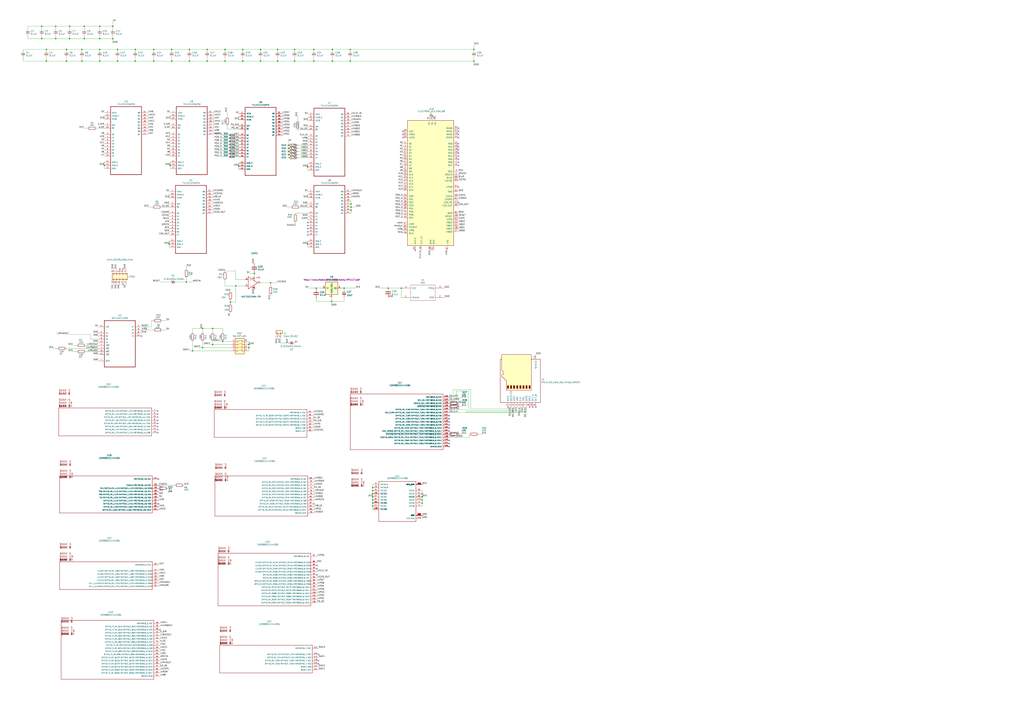
<source format=kicad_sch>
(kicad_sch (version 20230121) (generator eeschema)
  (paper "A1")
  (junction (at 57.15 21.59))
  (junction (at 346.71 405.765))
  (junction (at 204.47 283.21))
  (junction (at 236.855 127))
  (junction (at 54.61 50.165))
  (junction (at 318.77 236.855))
  (junction (at 199.39 50.165))
  (junction (at 57.15 31.75))
  (junction (at 69.215 21.59))
  (junction (at 272.415 247.65))
  (junction (at 273.05 50.165))
  (junction (at 329.565 236.855))
  (junction (at 346.71 410.845))
  (junction (at 288.29 167.64))
  (junction (at 193.675 234.95))
  (junction (at 153.035 231.775))
  (junction (at 213.995 40.64))
  (junction (at 96.52 50.165))
  (junction (at 155.575 40.64))
  (junction (at 140.97 50.165))
  (junction (at 81.915 40.64))
  (junction (at 81.915 21.59))
  (junction (at 81.915 50.165))
  (junction (at 111.125 40.64))
  (junction (at 227.965 40.64))
  (junction (at 288.29 170.18))
  (junction (at 213.995 50.165))
  (junction (at 140.97 40.64))
  (junction (at 126.365 40.64))
  (junction (at 241.935 50.165))
  (junction (at 139.065 200.66))
  (junction (at 174.625 269.875))
  (junction (at 92.71 31.75))
  (junction (at 184.785 40.64))
  (junction (at 184.785 50.165))
  (junction (at 189.23 248.285))
  (junction (at 204.47 285.75))
  (junction (at 259.715 236.855))
  (junction (at 273.05 40.64))
  (junction (at 174.625 283.21))
  (junction (at 306.07 400.685))
  (junction (at 287.655 50.165))
  (junction (at 306.07 403.225))
  (junction (at 81.915 31.75))
  (junction (at 38.1 50.165))
  (junction (at 282.575 236.855))
  (junction (at 45.72 31.75))
  (junction (at 208.915 224.79))
  (junction (at 236.855 121.92))
  (junction (at 227.965 50.165))
  (junction (at 346.71 408.305))
  (junction (at 96.52 40.64))
  (junction (at 111.125 50.165))
  (junction (at 85.725 135.89))
  (junction (at 196.215 136.525))
  (junction (at 199.39 40.64))
  (junction (at 346.71 413.385))
  (junction (at 288.29 172.72))
  (junction (at 170.18 50.165))
  (junction (at 67.31 40.64))
  (junction (at 166.37 269.875))
  (junction (at 252.73 137.16))
  (junction (at 257.81 50.165))
  (junction (at 236.855 119.38))
  (junction (at 306.07 410.845))
  (junction (at 241.935 40.64))
  (junction (at 155.575 50.165))
  (junction (at 182.88 280.67))
  (junction (at 45.72 21.59))
  (junction (at 252.73 200.66))
  (junction (at 38.1 40.64))
  (junction (at 354.965 95.25))
  (junction (at 54.61 40.64))
  (junction (at 92.71 21.59))
  (junction (at 166.37 285.75))
  (junction (at 34.29 31.75))
  (junction (at 287.655 40.64))
  (junction (at 222.25 232.41))
  (junction (at 126.365 50.165))
  (junction (at 69.215 31.75))
  (junction (at 389.255 40.64))
  (junction (at 67.31 50.165))
  (junction (at 306.07 415.925))
  (junction (at 236.855 124.46))
  (junction (at 306.07 413.385))
  (junction (at 306.07 408.305))
  (junction (at 389.255 50.165))
  (junction (at 306.07 405.765))
  (junction (at 158.115 288.29))
  (junction (at 170.18 40.64))
  (junction (at 34.29 21.59))
  (junction (at 257.81 40.64))
  (junction (at 139.7 135.89))
  (no_connect (at 376.555 130.81))
  (no_connect (at 261.62 542.925))
  (no_connect (at 130.175 393.7))
  (no_connect (at 376.555 133.35))
  (no_connect (at 252.73 187.96))
  (no_connect (at 376.555 123.19))
  (no_connect (at 368.935 344.17))
  (no_connect (at 252.73 182.88))
  (no_connect (at 376.555 113.03))
  (no_connect (at 129.54 340.36))
  (no_connect (at 376.555 166.37))
  (no_connect (at 368.935 351.79))
  (no_connect (at 368.935 364.49))
  (no_connect (at 129.54 355.6))
  (no_connect (at 252.73 185.42))
  (no_connect (at 130.175 414.02))
  (no_connect (at 129.54 345.44))
  (no_connect (at 368.935 354.33))
  (no_connect (at 260.35 467.36))
  (no_connect (at 376.555 135.89))
  (no_connect (at 330.835 107.95))
  (no_connect (at 252.73 190.5))
  (no_connect (at 129.54 347.98))
  (no_connect (at 129.54 337.82))
  (no_connect (at 261.62 537.845))
  (no_connect (at 376.555 125.73))
  (no_connect (at 260.35 464.82))
  (no_connect (at 368.935 349.25))
  (no_connect (at 376.555 153.67))
  (no_connect (at 376.555 128.27))
  (no_connect (at 330.835 113.03))
  (no_connect (at 129.54 353.06))
  (no_connect (at 340.995 205.74))
  (no_connect (at 368.935 346.71))
  (no_connect (at 376.555 120.65))
  (no_connect (at 368.935 367.03))
  (no_connect (at 376.555 107.95))
  (no_connect (at 368.935 361.95))
  (no_connect (at 368.935 341.63))
  (no_connect (at 129.54 342.9))
  (no_connect (at 260.35 472.44))
  (no_connect (at 131.445 517.525))
  (no_connect (at 440.055 334.645))
  (no_connect (at 376.555 110.49))
  (no_connect (at 434.975 334.645))
  (no_connect (at 116.205 276.225))
  (no_connect (at 376.555 118.11))
  (no_connect (at 252.73 193.04))
  (no_connect (at 330.835 110.49))
  (no_connect (at 100.965 220.98))
  (no_connect (at 129.54 350.52))
  (no_connect (at 261.62 545.465))
  (no_connect (at 257.81 414.02))
  (no_connect (at 376.555 105.41))
  (no_connect (at 100.965 233.68))
  (no_connect (at 98.425 220.98))
  (no_connect (at 417.195 334.645))
  (no_connect (at 437.515 334.645))
  (wire (pts (xy 227.965 46.99) (xy 227.965 50.165)))
  (wire (pts (xy 81.915 24.13) (xy 81.915 21.59)))
  (wire (pts (xy 54.61 286.385) (xy 80.645 286.385)))
  (wire (pts (xy 257.81 41.91) (xy 257.81 40.64)))
  (wire (pts (xy 133.35 263.525) (xy 136.525 263.525)))
  (wire (pts (xy 22.86 21.59) (xy 34.29 21.59)))
  (wire (pts (xy 252.73 137.16) (xy 252.73 139.7)))
  (wire (pts (xy 111.125 40.64) (xy 96.52 40.64)))
  (wire (pts (xy 184.785 222.885) (xy 193.675 222.885)))
  (wire (pts (xy 287.655 41.91) (xy 287.655 40.64)))
  (wire (pts (xy 227.965 40.64) (xy 241.935 40.64)))
  (wire (pts (xy 193.04 113.665) (xy 196.215 113.665)))
  (wire (pts (xy 199.39 46.99) (xy 199.39 50.165)))
  (wire (pts (xy 34.29 31.75) (xy 45.72 31.75)))
  (wire (pts (xy 227.965 50.165) (xy 241.935 50.165)))
  (wire (pts (xy 174.625 269.875) (xy 182.88 269.875)))
  (wire (pts (xy 287.655 50.165) (xy 273.05 50.165)))
  (wire (pts (xy 69.215 24.13) (xy 69.215 21.59)))
  (wire (pts (xy 257.81 50.165) (xy 273.05 50.165)))
  (wire (pts (xy 38.1 50.165) (xy 54.61 50.165)))
  (wire (pts (xy 193.675 229.87) (xy 193.675 222.885)))
  (wire (pts (xy 57.15 29.21) (xy 57.15 31.75)))
  (wire (pts (xy 170.18 50.165) (xy 184.785 50.165)))
  (wire (pts (xy 54.61 46.99) (xy 54.61 50.165)))
  (wire (pts (xy 287.655 50.165) (xy 389.255 50.165)))
  (wire (pts (xy 38.1 41.91) (xy 38.1 40.64)))
  (wire (pts (xy 236.855 124.46) (xy 236.855 127)))
  (wire (pts (xy 38.1 46.99) (xy 38.1 50.165)))
  (wire (pts (xy 199.39 40.64) (xy 213.995 40.64)))
  (wire (pts (xy 45.72 29.21) (xy 45.72 31.75)))
  (wire (pts (xy 282.575 236.855) (xy 282.575 238.76)))
  (wire (pts (xy 34.29 29.21) (xy 34.29 31.75)))
  (wire (pts (xy 201.295 234.95) (xy 193.675 234.95)))
  (wire (pts (xy 158.115 269.875) (xy 166.37 269.875)))
  (wire (pts (xy 193.04 123.825) (xy 196.215 123.825)))
  (wire (pts (xy 67.31 40.64) (xy 81.915 40.64)))
  (wire (pts (xy 306.07 415.925) (xy 306.07 418.465)))
  (wire (pts (xy 22.86 31.75) (xy 22.86 29.21)))
  (wire (pts (xy 184.785 46.99) (xy 184.785 50.165)))
  (wire (pts (xy 376.555 334.01) (xy 379.095 334.01)))
  (wire (pts (xy 241.935 46.99) (xy 241.935 50.165)))
  (wire (pts (xy 81.915 46.99) (xy 81.915 50.165)))
  (wire (pts (xy 69.215 31.75) (xy 81.915 31.75)))
  (wire (pts (xy 170.18 41.91) (xy 170.18 40.64)))
  (wire (pts (xy 241.935 50.165) (xy 257.81 50.165)))
  (wire (pts (xy 368.935 339.09) (xy 427.355 339.09)))
  (wire (pts (xy 19.05 41.91) (xy 19.05 40.64)))
  (wire (pts (xy 62.865 288.925) (xy 59.69 288.925)))
  (wire (pts (xy 374.65 321.31) (xy 374.65 328.93)))
  (wire (pts (xy 389.255 46.99) (xy 389.255 50.165)))
  (wire (pts (xy 19.05 40.64) (xy 38.1 40.64)))
  (wire (pts (xy 257.81 40.64) (xy 273.05 40.64)))
  (wire (pts (xy 273.05 41.91) (xy 273.05 40.64)))
  (wire (pts (xy 144.78 231.775) (xy 153.035 231.775)))
  (wire (pts (xy 193.675 234.95) (xy 193.675 248.285)))
  (wire (pts (xy 257.81 46.99) (xy 257.81 50.165)))
  (wire (pts (xy 352.425 95.25) (xy 354.965 95.25)))
  (wire (pts (xy 273.05 46.99) (xy 273.05 50.165)))
  (wire (pts (xy 389.255 53.975) (xy 389.255 50.165)))
  (wire (pts (xy 170.18 40.64) (xy 184.785 40.64)))
  (wire (pts (xy 353.695 205.74) (xy 356.235 205.74)))
  (wire (pts (xy 22.86 31.75) (xy 34.29 31.75)))
  (wire (pts (xy 244.475 119.38) (xy 252.73 119.38)))
  (wire (pts (xy 186.69 92.075) (xy 186.69 95.885)))
  (wire (pts (xy 140.97 46.99) (xy 140.97 50.165)))
  (wire (pts (xy 204.47 280.67) (xy 204.47 283.21)))
  (wire (pts (xy 213.995 50.165) (xy 227.965 50.165)))
  (wire (pts (xy 189.23 248.285) (xy 189.23 249.555)))
  (wire (pts (xy 382.905 336.55) (xy 382.905 338.455)))
  (wire (pts (xy 158.115 273.05) (xy 158.115 269.875)))
  (wire (pts (xy 85.725 133.35) (xy 85.725 135.89)))
  (wire (pts (xy 419.735 334.645) (xy 419.735 335.915)))
  (wire (pts (xy 34.29 21.59) (xy 45.72 21.59)))
  (wire (pts (xy 272.415 247.65) (xy 282.575 247.65)))
  (wire (pts (xy 57.15 21.59) (xy 69.215 21.59)))
  (wire (pts (xy 244.475 121.92) (xy 252.73 121.92)))
  (wire (pts (xy 158.115 288.29) (xy 155.575 288.29)))
  (wire (pts (xy 111.125 46.99) (xy 111.125 50.165)))
  (wire (pts (xy 244.475 124.46) (xy 252.73 124.46)))
  (wire (pts (xy 155.575 50.165) (xy 170.18 50.165)))
  (wire (pts (xy 213.995 46.99) (xy 213.995 50.165)))
  (wire (pts (xy 273.05 40.64) (xy 287.655 40.64)))
  (wire (pts (xy 155.575 40.64) (xy 140.97 40.64)))
  (wire (pts (xy 166.37 285.75) (xy 189.23 285.75)))
  (wire (pts (xy 155.575 46.99) (xy 155.575 50.165)))
  (wire (pts (xy 196.215 136.525) (xy 196.215 139.065)))
  (wire (pts (xy 182.88 273.05) (xy 182.88 269.875)))
  (wire (pts (xy 244.475 99.06) (xy 244.475 95.885)))
  (wire (pts (xy 193.04 111.125) (xy 196.215 111.125)))
  (wire (pts (xy 182.245 116.205) (xy 187.96 116.205)))
  (wire (pts (xy 46.99 286.385) (xy 43.815 286.385)))
  (wire (pts (xy 236.855 121.92) (xy 236.855 124.46)))
  (wire (pts (xy 287.655 46.99) (xy 287.655 50.165)))
  (wire (pts (xy 252.73 200.66) (xy 252.73 203.2)))
  (wire (pts (xy 139.065 200.66) (xy 139.065 203.2)))
  (wire (pts (xy 38.1 40.64) (xy 54.61 40.64)))
  (wire (pts (xy 184.785 40.64) (xy 199.39 40.64)))
  (wire (pts (xy 140.97 50.165) (xy 155.575 50.165)))
  (wire (pts (xy 385.445 359.41) (xy 385.445 356.87)))
  (wire (pts (xy 205.105 224.79) (xy 208.915 224.79)))
  (wire (pts (xy 132.715 170.18) (xy 139.065 170.18)))
  (wire (pts (xy 69.215 29.21) (xy 69.215 31.75)))
  (wire (pts (xy 57.15 31.75) (xy 69.215 31.75)))
  (wire (pts (xy 238.76 170.18) (xy 235.585 170.18)))
  (wire (pts (xy 184.785 41.91) (xy 184.785 40.64)))
  (wire (pts (xy 193.04 118.745) (xy 196.215 118.745)))
  (wire (pts (xy 252.73 96.52) (xy 252.73 99.06)))
  (wire (pts (xy 230.505 281.94) (xy 236.855 281.94)))
  (wire (pts (xy 252.73 198.12) (xy 252.73 200.66)))
  (wire (pts (xy 288.29 170.18) (xy 292.1 170.18)))
  (wire (pts (xy 74.295 278.765) (xy 80.645 278.765)))
  (wire (pts (xy 208.915 224.155) (xy 208.915 224.79)))
  (wire (pts (xy 193.04 116.205) (xy 196.215 116.205)))
  (wire (pts (xy 382.905 338.455) (xy 432.435 338.455)))
  (wire (pts (xy 193.675 234.95) (xy 184.785 234.95)))
  (wire (pts (xy 288.29 167.64) (xy 288.29 170.18)))
  (wire (pts (xy 81.915 21.59) (xy 92.71 21.59)))
  (wire (pts (xy 153.035 228.6) (xy 153.035 231.775)))
  (wire (pts (xy 182.245 126.365) (xy 187.96 126.365)))
  (wire (pts (xy 22.86 24.13) (xy 22.86 21.59)))
  (wire (pts (xy 182.245 121.285) (xy 187.96 121.285)))
  (wire (pts (xy 130.175 398.78) (xy 143.51 398.78)))
  (wire (pts (xy 174.625 283.21) (xy 172.72 283.21)))
  (wire (pts (xy 62.865 283.845) (xy 59.69 283.845)))
  (wire (pts (xy 45.72 31.75) (xy 57.15 31.75)))
  (wire (pts (xy 236.855 127) (xy 236.855 129.54)))
  (wire (pts (xy 213.995 41.91) (xy 213.995 40.64)))
  (wire (pts (xy 189.23 247.015) (xy 189.23 248.285)))
  (wire (pts (xy 155.575 41.91) (xy 155.575 40.64)))
  (wire (pts (xy 81.915 29.21) (xy 81.915 31.75)))
  (wire (pts (xy 272.415 247.65) (xy 272.415 251.46)))
  (wire (pts (xy 196.215 95.885) (xy 196.215 98.425)))
  (wire (pts (xy 282.575 247.65) (xy 282.575 243.84)))
  (wire (pts (xy 374.65 328.93) (xy 368.935 328.93)))
  (wire (pts (xy 153.035 220.98) (xy 153.035 219.075)))
  (wire (pts (xy 186.69 106.045) (xy 186.69 103.505)))
  (wire (pts (xy 182.88 280.67) (xy 180.975 280.67)))
  (wire (pts (xy 67.31 50.165) (xy 81.915 50.165)))
  (wire (pts (xy 125.73 271.145) (xy 116.205 271.145)))
  (wire (pts (xy 140.97 41.91) (xy 140.97 40.64)))
  (wire (pts (xy 346.71 403.225) (xy 346.71 405.765)))
  (wire (pts (xy 244.475 106.68) (xy 252.73 106.68)))
  (wire (pts (xy 376.555 356.87) (xy 379.095 356.87)))
  (wire (pts (xy 158.115 280.67) (xy 158.115 288.29)))
  (wire (pts (xy 96.52 41.91) (xy 96.52 40.64)))
  (wire (pts (xy 372.11 320.04) (xy 372.11 326.39)))
  (wire (pts (xy 116.205 268.605) (xy 124.46 268.605)))
  (wire (pts (xy 208.915 224.79) (xy 208.915 227.33)))
  (wire (pts (xy 393.065 356.87) (xy 395.605 356.87)))
  (wire (pts (xy 389.255 40.64) (xy 389.255 41.91)))
  (wire (pts (xy 54.61 40.64) (xy 67.31 40.64)))
  (wire (pts (xy 85.725 95.25) (xy 85.725 97.79)))
  (wire (pts (xy 67.31 46.99) (xy 67.31 50.165)))
  (wire (pts (xy 124.46 268.605) (xy 124.46 263.525)))
  (wire (pts (xy 92.71 21.59) (xy 92.71 24.13)))
  (wire (pts (xy 182.245 113.665) (xy 187.96 113.665)))
  (wire (pts (xy 288.29 172.72) (xy 288.29 175.26)))
  (wire (pts (xy 252.73 134.62) (xy 252.73 137.16)))
  (wire (pts (xy 131.445 231.775) (xy 139.7 231.775)))
  (wire (pts (xy 346.71 408.305) (xy 346.71 410.845)))
  (wire (pts (xy 306.07 413.385) (xy 306.07 415.925)))
  (wire (pts (xy 166.37 273.05) (xy 166.37 269.875)))
  (wire (pts (xy 282.575 236.855) (xy 292.1 236.855)))
  (wire (pts (xy 19.05 46.99) (xy 19.05 50.165)))
  (wire (pts (xy 372.11 326.39) (xy 368.935 326.39)))
  (wire (pts (xy 199.39 41.91) (xy 199.39 40.64)))
  (wire (pts (xy 432.435 338.455) (xy 432.435 334.645)))
  (wire (pts (xy 182.245 118.745) (xy 187.96 118.745)))
  (wire (pts (xy 124.46 263.525) (xy 125.73 263.525)))
  (wire (pts (xy 81.915 41.91) (xy 81.915 40.64)))
  (wire (pts (xy 193.04 128.905) (xy 196.215 128.905)))
  (wire (pts (xy 227.33 232.41) (xy 222.25 232.41)))
  (wire (pts (xy 241.935 40.64) (xy 257.81 40.64)))
  (wire (pts (xy 389.255 36.83) (xy 389.255 40.64)))
  (wire (pts (xy 419.735 335.915) (xy 386.715 335.915)))
  (wire (pts (xy 280.035 236.855) (xy 282.575 236.855)))
  (wire (pts (xy 252.73 160.02) (xy 252.73 162.56)))
  (wire (pts (xy 386.715 320.04) (xy 372.11 320.04)))
  (wire (pts (xy 422.275 337.185) (xy 422.275 334.645)))
  (wire (pts (xy 318.77 236.855) (xy 329.565 236.855)))
  (wire (pts (xy 182.245 128.905) (xy 187.96 128.905)))
  (wire (pts (xy 306.07 405.765) (xy 306.07 408.305)))
  (wire (pts (xy 85.725 135.89) (xy 85.725 138.43)))
  (wire (pts (xy 213.995 40.64) (xy 227.965 40.64)))
  (wire (pts (xy 306.07 403.225) (xy 306.07 405.765)))
  (wire (pts (xy 166.37 285.75) (xy 164.465 285.75)))
  (wire (pts (xy 166.37 280.67) (xy 166.37 285.75)))
  (wire (pts (xy 242.57 175.26) (xy 252.73 175.26)))
  (wire (pts (xy 96.52 40.64) (xy 81.915 40.64)))
  (wire (pts (xy 45.72 24.13) (xy 45.72 21.59)))
  (wire (pts (xy 92.71 31.75) (xy 92.71 35.56)))
  (wire (pts (xy 70.485 288.925) (xy 80.645 288.925)))
  (wire (pts (xy 306.07 410.845) (xy 306.07 413.385)))
  (wire (pts (xy 306.07 398.145) (xy 306.07 400.685)))
  (wire (pts (xy 204.47 283.21) (xy 204.47 285.75)))
  (wire (pts (xy 19.05 50.165) (xy 38.1 50.165)))
  (wire (pts (xy 384.81 337.185) (xy 422.275 337.185)))
  (wire (pts (xy 81.915 50.165) (xy 96.52 50.165)))
  (wire (pts (xy 201.295 229.87) (xy 193.675 229.87)))
  (wire (pts (xy 174.625 273.05) (xy 174.625 269.875)))
  (wire (pts (xy 184.785 234.95) (xy 184.785 230.505)))
  (wire (pts (xy 346.71 413.385) (xy 346.71 415.925)))
  (wire (pts (xy 170.18 40.64) (xy 155.575 40.64)))
  (wire (pts (xy 126.365 40.64) (xy 111.125 40.64)))
  (wire (pts (xy 79.375 105.41) (xy 85.725 105.41)))
  (wire (pts (xy 386.715 320.04) (xy 386.715 335.915)))
  (wire (pts (xy 182.245 111.125) (xy 187.96 111.125)))
  (wire (pts (xy 230.505 278.13) (xy 230.505 281.94)))
  (wire (pts (xy 96.52 46.99) (xy 96.52 50.165)))
  (wire (pts (xy 174.625 283.21) (xy 189.23 283.21)))
  (wire (pts (xy 125.095 170.18) (xy 121.92 170.18)))
  (wire (pts (xy 222.25 232.41) (xy 213.995 232.41)))
  (wire (pts (xy 196.215 133.985) (xy 196.215 136.525)))
  (wire (pts (xy 139.7 135.89) (xy 139.7 138.43)))
  (wire (pts (xy 184.785 50.165) (xy 199.39 50.165)))
  (wire (pts (xy 54.61 50.165) (xy 67.31 50.165)))
  (wire (pts (xy 96.52 50.165) (xy 111.125 50.165)))
  (wire (pts (xy 259.715 245.11) (xy 259.715 247.65)))
  (wire (pts (xy 111.125 50.165) (xy 126.365 50.165)))
  (wire (pts (xy 54.61 41.91) (xy 54.61 40.64)))
  (wire (pts (xy 241.935 41.91) (xy 241.935 40.64)))
  (wire (pts (xy 126.365 41.91) (xy 126.365 40.64)))
  (wire (pts (xy 368.935 359.41) (xy 385.445 359.41)))
  (wire (pts (xy 92.71 31.75) (xy 92.71 29.21)))
  (wire (pts (xy 111.125 41.91) (xy 111.125 40.64)))
  (wire (pts (xy 368.935 336.55) (xy 382.905 336.55)))
  (wire (pts (xy 244.475 127) (xy 252.73 127)))
  (wire (pts (xy 259.715 247.65) (xy 272.415 247.65)))
  (wire (pts (xy 242.57 182.88) (xy 242.57 186.055)))
  (wire (pts (xy 126.365 50.165) (xy 140.97 50.165)))
  (wire (pts (xy 346.71 410.845) (xy 346.71 413.385)))
  (wire (pts (xy 236.855 121.92) (xy 236.855 119.38)))
  (wire (pts (xy 272.415 244.475) (xy 272.415 247.65)))
  (wire (pts (xy 57.15 24.13) (xy 57.15 21.59)))
  (wire (pts (xy 189.23 280.67) (xy 182.88 280.67)))
  (wire (pts (xy 227.965 41.91) (xy 227.965 40.64)))
  (wire (pts (xy 92.71 21.59) (xy 92.71 17.78)))
  (wire (pts (xy 259.715 236.855) (xy 253.365 236.855)))
  (wire (pts (xy 384.81 321.31) (xy 374.65 321.31)))
  (wire (pts (xy 193.04 121.285) (xy 196.215 121.285)))
  (wire (pts (xy 74.295 278.765) (xy 74.295 274.955)))
  (wire (pts (xy 287.655 40.64) (xy 389.255 40.64)))
  (wire (pts (xy 140.97 40.64) (xy 126.365 40.64)))
  (wire (pts (xy 196.215 106.045) (xy 186.69 106.045)))
  (wire (pts (xy 34.29 24.13) (xy 34.29 21.59)))
  (wire (pts (xy 67.31 41.91) (xy 67.31 40.64)))
  (wire (pts (xy 204.47 285.75) (xy 204.47 288.29)))
  (wire (pts (xy 170.18 46.99) (xy 170.18 50.165)))
  (wire (pts (xy 139.065 198.12) (xy 139.065 200.66)))
  (wire (pts (xy 139.065 160.02) (xy 139.065 162.56)))
  (wire (pts (xy 306.07 403.225) (xy 306.07 400.685)))
  (wire (pts (xy 182.245 123.825) (xy 187.96 123.825)))
  (wire (pts (xy 346.71 405.765) (xy 346.71 408.305)))
  (wire (pts (xy 259.715 236.855) (xy 259.715 237.49)))
  (wire (pts (xy 166.37 269.875) (xy 174.625 269.875)))
  (wire (pts (xy 306.07 408.305) (xy 306.07 410.845)))
  (wire (pts (xy 174.625 280.67) (xy 174.625 283.21)))
  (wire (pts (xy 71.755 105.41) (xy 68.58 105.41)))
  (wire (pts (xy 69.215 21.59) (xy 81.915 21.59)))
  (wire (pts (xy 70.485 283.845) (xy 80.645 283.845)))
  (wire (pts (xy 384.81 321.31) (xy 384.81 337.185)))
  (wire (pts (xy 246.38 170.18) (xy 252.73 170.18)))
  (wire (pts (xy 139.7 133.35) (xy 139.7 135.89)))
  (wire (pts (xy 427.355 339.09) (xy 427.355 334.645)))
  (wire (pts (xy 288.29 170.18) (xy 288.29 172.72)))
  (wire (pts (xy 318.77 236.855) (xy 311.785 236.855)))
  (wire (pts (xy 153.035 231.775) (xy 158.115 231.775)))
  (wire (pts (xy 193.675 248.285) (xy 189.23 248.285)))
  (wire (pts (xy 264.795 236.855) (xy 259.715 236.855)))
  (wire (pts (xy 193.04 126.365) (xy 196.215 126.365)))
  (wire (pts (xy 376.555 327.025) (xy 379.095 327.025)))
  (wire (pts (xy 45.72 21.59) (xy 57.15 21.59)))
  (wire (pts (xy 354.965 95.25) (xy 357.505 95.25)))
  (wire (pts (xy 376.555 331.47) (xy 376.555 327.025)))
  (wire (pts (xy 74.295 274.955) (xy 56.515 274.955)))
  (wire (pts (xy 81.915 31.75) (xy 92.71 31.75)))
  (wire (pts (xy 158.115 288.29) (xy 189.23 288.29)))
  (wire (pts (xy 199.39 50.165) (xy 213.995 50.165)))
  (wire (pts (xy 126.365 46.99) (xy 126.365 50.165)))
  (wire (pts (xy 288.29 167.64) (xy 288.29 165.1)))
  (wire (pts (xy 139.7 95.25) (xy 139.7 97.79)))
  (wire (pts (xy 329.565 244.475) (xy 329.565 236.855)))
  (wire (pts (xy 244.475 129.54) (xy 252.73 129.54)))
  (wire (pts (xy 222.25 232.41) (xy 222.25 234.95)))
  (wire (pts (xy 133.35 271.145) (xy 136.525 271.145)))
  (wire (pts (xy 236.855 116.205) (xy 236.855 119.38)))
  (label "LVROM" (at 288.29 160.02 0))
  (label "GND" (at 139.7 135.89 180))
  (label "3V3" (at 43.815 286.385 180))
  (label "SD_CLK" (at 427.355 334.645 270))
  (label "LVCSYNC" (at 174.625 160.02 0))
  (label "LVA11" (at 121.285 100.33 0))
  (label "CSYNC" (at 376.555 148.59 0))
  (label "nIRQ" (at 252.73 114.3 180))
  (label "TCK" (at 93.345 233.68 270))
  (label "LVA2" (at 175.26 97.79 0))
  (label "3V3" (at 68.58 105.41 180))
  (label "ROM" (at 376.555 175.26 0))
  (label "GND" (at 93.345 220.98 90))
  (label "LVPHIOUT" (at 131.445 545.465 0))
  (label "LVA3" (at 121.285 97.79 0))
  (label "A8" (at 330.835 138.43 180))
  (label "SD_MOSI" (at 422.275 334.645 270))
  (label "KBD0" (at 376.555 190.5 0))
  (label "LVPD4" (at 231.775 100.965 0))
  (label "CAS_OUT" (at 376.555 168.91 0))
  (label "A3" (at 330.835 125.73 180))
  (label "G4_OE" (at 257.81 401.32 0))
  (label "LVA14" (at 175.26 100.33 0))
  (label "PD6_S" (at 182.245 116.205 180))
  (label "GND" (at 208.915 237.49 270))
  (label "A_DIR" (at 85.725 102.87 180))
  (label "LVnIRQOUT" (at 80.645 286.385 180))
  (label "A9" (at 85.725 110.49 180))
  (label "CONF_DONE" (at 368.935 359.41 0))
  (label "PD_DIR" (at 257.175 346.71 0))
  (label "LVA13" (at 131.445 525.145 0))
  (label "CLK_IN" (at 252.73 111.76 180))
  (label "LVA13" (at 175.26 92.71 0))
  (label "A2" (at 330.835 123.19 180))
  (label "CAPS" (at 252.73 180.34 180))
  (label "5V" (at 136.525 271.145 0))
  (label "PD2_S" (at 182.245 126.365 180))
  (label "ROM" (at 252.73 177.8 180))
  (label "PD0_S" (at 330.835 161.29 180))
  (label "PD4_S" (at 182.245 118.745 180))
  (label "GND" (at 389.255 53.975 0))
  (label "A12" (at 330.835 148.59 180))
  (label "GND" (at 139.065 200.66 180))
  (label "3V3" (at 85.725 97.79 180))
  (label "5V" (at 196.215 93.345 180))
  (label "LVA9" (at 130.175 411.48 0))
  (label "GND" (at 252.73 167.64 180))
  (label "PD6_S" (at 330.835 176.53 180))
  (label "BLUE" (at 139.065 180.34 180))
  (label "GND" (at 227.965 278.13 270))
  (label "TDI" (at 103.505 233.68 270))
  (label "A15" (at 139.7 128.27 180))
  (label "SWC3" (at 261.62 532.765 0))
  (label "3V3" (at 121.92 170.18 180))
  (label "GND" (at 365.125 244.475 0))
  (label "5V" (at 236.855 116.205 0))
  (label "3V3" (at 153.035 219.075 0))
  (label "CSYNC" (at 139.065 177.8 180))
  (label "5V" (at 252.73 157.48 180))
  (label "JTAGEN" (at 130.175 398.78 0))
  (label "KBD2" (at 252.73 124.46 180))
  (label "SWC1" (at 261.62 550.545 0))
  (label "A4" (at 330.835 128.27 180))
  (label "SWC2" (at 261.62 548.005 0))
  (label "LVCSYNC" (at 257.175 354.33 0))
  (label "PD0" (at 196.215 123.825 180))
  (label "TDI" (at 130.175 408.94 0))
  (label "LVA4" (at 121.285 105.41 0))
  (label "nCONFIG" (at 368.935 334.01 0))
  (label "3V3" (at 59.69 283.845 180))
  (label "LVSND" (at 257.175 351.79 0))
  (label "SWC4" (at 155.575 288.29 180))
  (label "G1_OE" (at 257.175 344.17 0))
  (label "5V" (at 354.965 95.25 90))
  (label "PD3_S" (at 182.245 121.285 180))
  (label "LVKBD1" (at 257.81 393.7 0))
  (label "3V3" (at 139.7 97.79 180))
  (label "PD5_S" (at 182.245 113.665 180))
  (label "GND" (at 272.415 251.46 0))
  (label "A_OE" (at 85.725 105.41 180))
  (label "5V" (at 92.71 17.78 0))
  (label "LVRnWOE" (at 130.175 481.965 0))
  (label "GND" (at 204.47 283.21 0))
  (label "SWC1" (at 180.975 280.67 180))
  (label "3V3" (at 346.71 408.305 0))
  (label "LVRnWIN" (at 288.29 99.06 0))
  (label "LVnHS" (at 257.175 349.25 0))
  (label "KBD1" (at 252.73 127 180))
  (label "5V" (at 253.365 236.855 180))
  (label "GREEN" (at 139.065 185.42 180))
  (label "LVA7" (at 130.175 464.185 0))
  (label "LVRSTOUT" (at 80.645 283.845 180))
  (label "CASMO" (at 376.555 163.83 0))
  (label "GND" (at 80.645 296.545 180))
  (label "LVPD5" (at 231.775 95.885 0))
  (label "SD_MISO" (at 368.935 336.55 0))
  (label "3V3" (at 186.69 92.075 90))
  (label "LVRnWOUT" (at 130.175 479.425 0))
  (label "RED" (at 139.065 187.96 180))
  (label "LVA1" (at 175.26 105.41 0))
  (label "LVA1" (at 131.445 535.305 0))
  (label "A1" (at 139.7 123.19 180))
  (label "LVA11" (at 130.175 471.805 0))
  (label "nSTATUS" (at 368.935 356.87 0))
  (label "A10" (at 330.835 143.51 180))
  (label "PD1_S" (at 330.835 163.83 180))
  (label "5VP" (at 230.505 278.13 270))
  (label "PD2" (at 196.215 126.365 180))
  (label "A5" (at 85.725 120.65 180))
  (label "LVCLK_IN" (at 288.29 93.98 0))
  (label "5V" (at 85.725 92.71 180))
  (label "3V3" (at 346.71 398.145 0))
  (label "GND" (at 208.915 216.535 90))
  (label "PD_OE" (at 196.215 106.045 180))
  (label "SD_CLK" (at 368.935 339.09 0))
  (label "LVA8" (at 131.445 555.625 0))
  (label "3V3" (at 389.255 36.83 0))
  (label "LVSND" (at 174.625 172.72 0))
  (label "3V3" (at 235.585 170.18 180))
  (label "PHIOUT" (at 242.57 186.055 180))
  (label "5V" (at 139.065 157.48 180))
  (label "nRSTIN" (at 131.445 540.385 0))
  (label "LVPHIOUT" (at 288.29 157.48 0))
  (label "5V" (at 136.525 263.525 0))
  (label "LVA6" (at 130.175 474.345 0))
  (label "LVCAS_OUT" (at 174.625 175.26 0))
  (label "SD_nCS" (at 368.935 326.39 0))
  (label "3V3" (at 379.095 334.01 0))
  (label "GND" (at 379.095 327.025 0))
  (label "CASIN" (at 184.785 222.885 180))
  (label "3V3" (at 95.885 220.98 90))
  (label "5V" (at 252.73 93.98 180))
  (label "3V3" (at 379.095 356.87 0))
  (label "A9" (at 330.835 140.97 180))
  (label "CAPS" (at 376.555 180.34 0))
  (label "A7" (at 85.725 128.27 180))
  (label "5V" (at 241.935 281.94 0))
  (label "LVnIRQIN" (at 257.81 396.24 0))
  (label "G1_OE" (at 139.065 170.18 180))
  (label "A13" (at 330.835 151.13 180))
  (label "3V3" (at 59.69 288.925 180))
  (label "5V" (at 139.7 92.71 180))
  (label "PD1" (at 196.215 128.905 180))
  (label "GND" (at 80.645 276.225 180))
  (label "RESET" (at 116.205 268.605 0))
  (label "OSC" (at 260.35 462.28 0))
  (label "LVKBD3" (at 257.81 421.64 0))
  (label "LVCASMO" (at 174.625 157.48 0))
  (label "LVnNMI" (at 257.81 398.78 0))
  (label "3V3" (at 395.605 356.87 0))
  (label "PD4_S" (at 330.835 171.45 180))
  (label "5V" (at 80.645 268.605 180))
  (label "3V3" (at 311.785 236.855 180))
  (label "LVCASMO" (at 257.175 341.63 0))
  (label "PD0_S" (at 182.245 123.825 180))
  (label "A15" (at 330.835 156.21 180))
  (label "G3_OE" (at 252.73 170.18 180))
  (label "LVGREEN" (at 174.625 167.64 0))
  (label "RESET" (at 131.445 231.775 180))
  (label "3V3" (at 196.215 98.425 180))
  (label "A0" (at 330.835 118.11 180))
  (label "5V" (at 205.105 224.79 180))
  (label "LVBLUE" (at 174.625 162.56 0))
  (label "GND" (at 80.645 291.465 180))
  (label "GND" (at 252.73 200.66 180))
  (label "LVGREEN" (at 257.81 411.48 0))
  (label "SND" (at 139.065 190.5 180))
  (label "KBD3" (at 376.555 182.88 0))
  (label "LVPD3" (at 260.35 487.68 0))
  (label "G3_OE" (at 131.445 548.005 0))
  (label "TDO" (at 95.885 233.68 270))
  (label "5VP" (at 236.855 281.94 90))
  (label "PD3" (at 196.215 121.285 180))
  (label "LVRnWOE" (at 80.645 288.925 180))
  (label "LVA9" (at 121.285 92.71 0))
  (label "LVKBD3" (at 288.29 104.14 0))
  (label "RnW" (at 330.835 191.77 180))
  (label "PHIOUT" (at 330.835 186.69 180))
  (label "GND" (at 292.1 170.18 0))
  (label "SWC4" (at 261.62 540.385 0))
  (label "LVPD5" (at 260.35 457.2 0))
  (label "LVPD1" (at 260.35 492.76 0))
  (label "A5" (at 330.835 130.81 180))
  (label "LVnNMI" (at 288.29 101.6 0))
  (label "PD6" (at 196.215 116.205 180))
  (label "GND" (at 85.725 135.89 180))
  (label "A10" (at 85.725 113.03 180))
  (label "GND" (at 80.645 281.305 180))
  (label "3V3" (at 222.25 242.57 270))
  (label "PD5" (at 196.215 113.665 180))
  (label "LVCASIN" (at 227.33 232.41 0))
  (label "GND" (at 318.77 244.475 0))
  (label "3V3" (at 166.37 269.875 90))
  (label "TMS" (at 130.175 403.86 0))
  (label "CASMO" (at 139.065 175.26 180))
  (label "A13" (at 139.7 110.49 180))
  (label "GND" (at 196.215 136.525 180))
  (label "PD_DIR" (at 196.215 103.505 180))
  (label "3V3" (at 139.065 162.56 180))
  (label "A11" (at 85.725 118.11 180))
  (label "SD_MOSI" (at 368.935 328.93 0))
  (label "LVA4" (at 130.175 476.885 0))
  (label "GND" (at 346.71 423.545 0))
  (label "LVA15" (at 131.445 542.925 0))
  (label "PD5_S" (at 330.835 173.99 180))
  (label "TCK" (at 130.175 401.32 0))
  (label "LVRED" (at 257.81 419.1 0))
  (label "3V3" (at 151.13 398.78 0))
  (label "LVnIRQOUT" (at 131.445 514.985 0))
  (label "LVCAPS" (at 288.29 162.56 0))
  (label "nHS" (at 367.665 205.74 270))
  (label "LVPD6" (at 231.775 98.425 0))
  (label "GND" (at 103.505 220.98 90))
  (label "GND" (at 137.795 401.32 0))
  (label "TMS" (at 98.425 233.68 270))
  (label "A0" (at 139.7 120.65 180))
  (label "LVPD6" (at 260.35 480.06 0))
  (label "nRSTIN" (at 158.115 231.775 0))
  (label "G4_OE" (at 252.73 106.68 180))
  (label "LVRnWOUT" (at 56.515 274.955 180))
  (label "LVA12" (at 175.26 95.25 0))
  (label "CONFIG_SEL" (at 368.935 331.47 0))
  (label "GND" (at 440.055 291.465 0))
  (label "A14" (at 330.835 153.67 180))
  (label "PD7" (at 196.215 111.125 180))
  (label "PD2_S" (at 330.835 166.37 180))
  (label "LVnIRQIN" (at 288.29 96.52 0))
  (label "LVRnWIN" (at 257.81 403.86 0))
  (label "3V3" (at 252.73 104.14 180))
  (label "SD_MISO" (at 432.435 334.645 270))
  (label "A_OE" (at 131.445 527.685 0))
  (label "LVCAS_OUT" (at 260.35 474.98 0))
  (label "BLUE" (at 376.555 146.05 0))
  (label "RnW" (at 116.205 273.685 0))
  (label "LVPD0" (at 260.35 485.14 0))
  (label "CASIN" (at 376.555 161.29 0))
  (label "LVBLUE" (at 257.81 416.56 0))
  (label "3V3" (at 252.73 162.56 180))
  (label "GND" (at 353.695 205.74 270))
  (label "PD1_S" (at 182.245 128.905 180))
  (label "GND" (at 346.71 426.085 0))
  (label "nNMI" (at 252.73 119.38 180))
  (label "LVA5" (at 130.175 469.265 0))
  (label "PD_OE" (at 260.35 495.3 0))
  (label "SND" (at 376.555 157.48 0))
  (label "LVPD3" (at 231.775 103.505 0))
  (label "A_DIR" (at 139.7 102.87 180))
  (label "LVA3" (at 130.175 416.56 0))
  (label "A_DIR" (at 131.445 520.065 0))
  (label "A14" (at 139.7 118.11 180))
  (label "LVA6" (at 121.285 107.95 0))
  (label "GND" (at 139.065 167.64 180))
  (label "A8" (at 139.7 125.73 180))
  (label "nIRQ" (at 116.205 271.145 0))
  (label "RED" (at 376.555 140.97 0))
  (label "LVA7" (at 121.285 110.49 0))
  (label "LVROM" (at 131.445 553.085 0))
  (label "3V3" (at 292.1 236.855 0))
  (label "PD3_S" (at 330.835 168.91 180))
  (label "LVKBD0" (at 288.29 111.76 0))
  (label "LVPD7" (at 231.775 93.345 0))
  (label "A12" (at 139.7 113.03 180))
  (label "PD7_S" (at 182.245 111.125 180))
  (label "RnW" (at 252.73 116.84 180))
  (label "A6" (at 85.725 125.73 180))
  (label "GND" (at 80.645 273.685 180))
  (label "nNMI" (at 330.835 184.15 180))
  (label "KBD1" (at 376.555 187.96 0))
  (label "GND" (at 92.71 35.56 0))
  (label "LVPD1" (at 231.775 111.125 0))
  (label "LVA0" (at 175.26 102.87 0))
  (label "LVKBD1" (at 288.29 109.22 0))
  (label "LVRSTOUT" (at 131.445 522.605 0))
  (label "3V3" (at 424.815 334.645 270))
  (label "SWC2" (at 172.72 283.21 180))
  (label "3V3" (at 252.73 99.06 180))
  (label "LVA5" (at 121.285 102.87 0))
  (label "5V" (at 189.23 257.175 270))
  (label "LVPD2" (at 260.35 490.22 0))
  (label "LVCLK_IN" (at 260.35 469.9 0))
  (label "SD_nCS" (at 419.735 334.645 270))
  (label "LVKBD2" (at 257.81 406.4 0))
  (label "LVPD4" (at 260.35 482.6 0))
  (label "PD4" (at 196.215 118.745 180))
  (label "LVA10" (at 130.175 419.1 0))
  (label "RESET" (at 376.555 177.8 0))
  (label "LVA8" (at 175.26 107.95 0))
  (label "nIRQ" (at 330.835 189.23 180))
  (label "LVA10" (at 121.285 95.25 0))
  (label "LVA15" (at 175.26 110.49 0))
  (label "OSC" (at 365.125 236.855 0))
  (label "A11" (at 330.835 146.05 180))
  (label "GND" (at 252.73 137.16 180))
  (label "3V3" (at 306.07 408.305 180))
  (label "A1" (at 330.835 120.65 180))
  (label "KBD2" (at 376.555 185.42 0))
  (label "LVA0" (at 131.445 537.845 0))
  (label "A4" (at 85.725 123.19 180))
  (label "LVCAPS" (at 131.445 550.545 0))
  (label "LVPD0" (at 231.775 106.045 0))
  (label "KBD0" (at 252.73 129.54 180))
  (label "SWC3" (at 164.465 285.75 180))
  (label "LVRED" (at 174.625 170.18 0))
  (label "3V3" (at 244.475 95.885 90))
  (label "CAS_OUT" (at 139.065 193.04 180))
  (label "GND" (at 429.895 334.645 270))
  (label "LVA14" (at 131.445 512.445 0))
  (label "A6" (at 330.835 133.35 180))
  (label "GND" (at 189.23 239.395 180))
  (label "LVnHS" (at 174.625 165.1 0))
  (label "TDO" (at 130.175 406.4 0))
  (label "LVA12" (at 131.445 532.765 0))
  (label "LVCASIN" (at 257.175 339.09 0))
  (label "A7" (at 330.835 135.89 180))
  (label "LVA2" (at 131.445 530.225 0))
  (label "LVPD2" (at 231.775 108.585 0))
  (label "GREEN" (at 376.555 143.51 0))
  (label "nHS" (at 139.065 182.88 180))
  (label "CLK_IN" (at 346.075 205.74 270))
  (label "LVKBD0" (at 257.81 408.94 0))
  (label "KBD3" (at 252.73 121.92 180))
  (label "A_OE" (at 139.7 105.41 180))
  (label "A3" (at 85.725 115.57 180))
  (label "LVKBD2" (at 288.29 106.68 0))
  (label "LVPD7" (at 260.35 477.52 0))
  (label "A2" (at 139.7 115.57 180))
  (label "PD7_S" (at 330.835 179.07 180))
  (symbol (lib_id "Personal_Library:74LVC4245APW") (at 270.51 114.3 0) (unit 1)
    (property "Reference" "U7" (at 270.51 84.582 0))
    (property "Value" "74LVC4245APW" (at 270.51 86.8934 0))
    (property "Footprint" "Package_SO:TSSOP-24_4.4x7.8mm_P0.65mm" (effects hide))
    (property "Datasheet" "03P2784" (effects hide))
    (property "Field4" "TSSOP-24" (effects hide))
    (property "Field5" "74LVC4245APW" (effects hide))
    (property "Field6" "1631648" (effects hide))
    (property "Field7" "NXP" (effects hide))
  )
  (symbol (lib_id "Personal_Library:74LVC4245APW") (at 103.505 113.03 0) (unit 1)
    (property "Reference" "U3" (at 103.505 83.312 0))
    (property "Value" "74LVC4245APW" (at 103.505 85.6234 0))
    (property "Footprint" "Package_SO:TSSOP-24_4.4x7.8mm_P0.65mm" (effects hide))
    (property "Datasheet" "03P2784" (effects hide))
    (property "Field4" "TSSOP-24" (effects hide))
    (property "Field5" "74LVC4245APW" (effects hide))
    (property "Field6" "1631648" (effects hide))
    (property "Field7" "NXP" (effects hide))
  )
  (symbol (lib_id "Personal_Library:74LVC4245APW") (at 157.48 113.03 0) (unit 1)
    (property "Reference" "U5" (at 157.48 83.312 0))
    (property "Value" "74LVC4245APW" (at 157.48 85.6234 0))
    (property "Footprint" "Package_SO:TSSOP-24_4.4x7.8mm_P0.65mm" (effects hide))
    (property "Datasheet" "03P2784" (effects hide))
    (property "Field4" "TSSOP-24" (effects hide))
    (property "Field5" "74LVC4245APW" (effects hide))
    (property "Field6" "1631648" (effects hide))
    (property "Field7" "NXP" (effects hide))
  )
  (symbol (lib_id "Personal_Library:ELECTRON_ULA_PGA_68") (at 354.965 139.7 0) (unit 1)
    (property "Reference" "U10" (at 354.33 89.535 0))
    (property "Value" "ELECTRON_ULA_PGA_68" (at 354.33 91.44 0))
    (property "Footprint" "Personal:PLCC-68_THT-Socket-Electron-ULA" (effects hide))
  )
  (symbol (lib_id "Personal_Library:74LVC4245APW") (at 213.995 113.665 0) (unit 1)
    (property "Reference" "U6" (at 213.995 83.947 0))
    (property "Value" "74LVC4245APW" (at 213.995 86.2584 0))
    (property "Footprint" "Package_SO:TSSOP-24_4.4x7.8mm_P0.65mm" (effects hide))
    (property "Datasheet" "03P2784" (effects hide))
    (property "Field4" "TSSOP-24" (effects hide))
    (property "Field5" "74LVC4245APW" (effects hide))
    (property "Field6" "1631648" (effects hide))
    (property "Field7" "NXP" (effects hide))
  )
  (symbol (lib_id "Personal_Library:74LVC4245APW") (at 156.845 177.8 0) (unit 1)
    (property "Reference" "U4" (at 156.845 148.082 0))
    (property "Value" "74LVC4245APW" (at 156.845 150.3934 0))
    (property "Footprint" "Package_SO:TSSOP-24_4.4x7.8mm_P0.65mm" (effects hide))
    (property "Datasheet" "03P2784" (effects hide))
    (property "Field4" "TSSOP-24" (effects hide))
    (property "Field5" "74LVC4245APW" (effects hide))
    (property "Field6" "1631648" (effects hide))
    (property "Field7" "NXP" (effects hide))
  )
  (symbol (lib_id "Personal_Library:MIC7221YM5-TR") (at 206.375 232.41 0) (unit 1)
    (property "Reference" "CMP1" (at 206.375 208.28 0) (effects (justify left)))
    (property "Value" "MIC7221YM5-TR" (at 198.12 243.84 0) (effects (justify left)))
    (property "Footprint" "Package_TO_SOT_SMD:SOT-23-5" (effects hide))
    (property "Datasheet" "576-2901-1-ND" (effects hide))
  )
  (symbol (lib_id "Device:R") (at 189.23 253.365 0) (unit 1)
    (property "Reference" "R16" (at 184.15 251.46 0) (effects (justify left)))
    (property "Value" "10K" (at 184.15 254.635 0) (effects (justify left)))
    (property "Footprint" "Resistor_SMD:R_0805_2012Metric_Pad1.20x1.40mm_HandSolder" (effects hide))
  )
  (symbol (lib_id "Device:R") (at 189.23 243.205 0) (unit 1)
    (property "Reference" "R15" (at 184.15 241.935 0) (effects (justify left)))
    (property "Value" "10K" (at 181.61 244.475 0) (effects (justify left)))
    (property "Footprint" "Resistor_SMD:R_0805_2012Metric_Pad1.20x1.40mm_HandSolder" (effects hide))
  )
  (symbol (lib_id "Device:C") (at 208.915 220.345 0) (unit 1)
    (property "Reference" "C20" (at 211.836 219.1766 0) (effects (justify left)))
    (property "Value" "0.1uf" (at 211.836 221.488 0) (effects (justify left)))
    (property "Footprint" "Capacitor_SMD:C_0805_2012Metric_Pad1.18x1.45mm_HandSolder" (effects hide))
  )
  (symbol (lib_id "Device:R") (at 222.25 238.76 0) (unit 1)
    (property "Reference" "R18" (at 224.028 237.5916 0) (effects (justify left)))
    (property "Value" "10K" (at 224.028 239.903 0) (effects (justify left)))
    (property "Footprint" "Resistor_SMD:R_0805_2012Metric_Pad1.20x1.40mm_HandSolder" (effects hide))
  )
  (symbol (lib_id "Personal_Library:74LVC4245APW") (at 270.51 177.8 0) (unit 1)
    (property "Reference" "U8" (at 270.51 148.082 0))
    (property "Value" "74LVC4245APW" (at 270.51 150.3934 0))
    (property "Footprint" "Package_SO:TSSOP-24_4.4x7.8mm_P0.65mm" (effects hide))
    (property "Datasheet" "03P2784" (effects hide))
    (property "Field4" "TSSOP-24" (effects hide))
    (property "Field5" "74LVC4245APW" (effects hide))
    (property "Field6" "1631648" (effects hide))
    (property "Field7" "NXP" (effects hide))
  )
  (symbol (lib_id "Device:C_Small") (at 92.71 26.67 0) (unit 1)
    (property "Reference" "C11" (at 95.0468 25.5016 0) (effects (justify left)))
    (property "Value" "0.1uf" (at 95.0468 27.813 0) (effects (justify left)))
    (property "Footprint" "Capacitor_SMD:C_0603_1608Metric_Pad1.08x0.95mm_HandSolder" (effects hide))
  )
  (symbol (lib_id "Device:R") (at 242.57 179.07 0) (unit 1)
    (property "Reference" "R25" (at 236.22 176.53 0) (effects (justify left)))
    (property "Value" "100" (at 235.585 178.435 0) (effects (justify left)))
    (property "Footprint" "Resistor_SMD:R_0805_2012Metric_Pad1.20x1.40mm_HandSolder" (effects hide))
  )
  (symbol (lib_id "Device:C_Small") (at 19.05 44.45 0) (unit 1)
    (property "Reference" "C1" (at 21.3868 43.2816 0) (effects (justify left)))
    (property "Value" "0.1uf" (at 21.3868 45.593 0) (effects (justify left)))
    (property "Footprint" "Capacitor_SMD:C_0603_1608Metric_Pad1.08x0.95mm_HandSolder" (effects hide))
  )
  (symbol (lib_id "Device:C_Small") (at 126.365 44.45 0) (unit 1)
    (property "Reference" "C14" (at 128.7018 43.2816 0) (effects (justify left)))
    (property "Value" "0.1uf" (at 128.7018 45.593 0) (effects (justify left)))
    (property "Footprint" "Capacitor_SMD:C_0603_1608Metric_Pad1.08x0.95mm_HandSolder" (effects hide))
  )
  (symbol (lib_id "Device:C_Small") (at 140.97 44.45 0) (unit 1)
    (property "Reference" "C15" (at 143.3068 43.2816 0) (effects (justify left)))
    (property "Value" "0.1uf" (at 143.3068 45.593 0) (effects (justify left)))
    (property "Footprint" "Capacitor_SMD:C_0603_1608Metric_Pad1.08x0.95mm_HandSolder" (effects hide))
  )
  (symbol (lib_id "Device:C_Small") (at 155.575 44.45 0) (unit 1)
    (property "Reference" "C16" (at 157.9118 43.2816 0) (effects (justify left)))
    (property "Value" "0.1uf" (at 157.9118 45.593 0) (effects (justify left)))
    (property "Footprint" "Capacitor_SMD:C_0603_1608Metric_Pad1.08x0.95mm_HandSolder" (effects hide))
  )
  (symbol (lib_id "Device:C_Small") (at 170.18 44.45 0) (unit 1)
    (property "Reference" "C17" (at 172.5168 43.2816 0) (effects (justify left)))
    (property "Value" "0.1uf" (at 172.5168 45.593 0) (effects (justify left)))
    (property "Footprint" "Capacitor_SMD:C_0603_1608Metric_Pad1.08x0.95mm_HandSolder" (effects hide))
  )
  (symbol (lib_id "Device:C_Small") (at 389.255 44.45 0) (unit 1)
    (property "Reference" "C30" (at 391.5918 43.2816 0) (effects (justify left)))
    (property "Value" "0.1uf" (at 391.5918 45.593 0) (effects (justify left)))
    (property "Footprint" "Capacitor_SMD:C_0603_1608Metric_Pad1.08x0.95mm_HandSolder" (effects hide))
  )
  (symbol (lib_id "Device:C_Small") (at 22.86 26.67 0) (unit 1)
    (property "Reference" "C2" (at 25.1968 25.5016 0) (effects (justify left)))
    (property "Value" "0.1uf" (at 25.1968 27.813 0) (effects (justify left)))
    (property "Footprint" "Capacitor_SMD:C_0603_1608Metric_Pad1.08x0.95mm_HandSolder" (effects hide))
  )
  (symbol (lib_id "Device:R") (at 184.785 226.695 0) (unit 1)
    (property "Reference" "R14" (at 179.705 225.425 0) (effects (justify left)))
    (property "Value" "10K" (at 178.435 227.965 0) (effects (justify left)))
    (property "Footprint" "Resistor_SMD:R_0805_2012Metric_Pad1.20x1.40mm_HandSolder" (effects hide))
  )
  (symbol (lib_id "Personal_Library:10M08SCE144C8G") (at 86.36 347.98 0) (unit 1)
    (property "Reference" "U1" (at 89.0778 315.722 0))
    (property "Value" "10M08SCE144C8G" (at 89.0778 318.0334 0))
    (property "Footprint" "Personal:QFP50P2200X2200X165-145N" (effects hide))
    (property "Datasheet" "None" (effects hide))
    (property "Field4" "Intel" (effects hide))
    (property "Field5" "IC FPGA 101 I/o 144EQFP" (effects hide))
    (property "Field6" "LQFP-144 Intel" (effects hide))
    (property "Field7" "Unavailable" (effects hide))
    (property "Field8" "10M08SCE144C8G" (effects hide))
  )
  (symbol (lib_id "Personal_Library:10M08SCE144C8G") (at 86.995 406.4 0) (unit 2)
    (property "Reference" "U1" (at 89.7128 374.142 0))
    (property "Value" "10M08SCE144C8G" (at 89.7128 376.4534 0))
    (property "Footprint" "Personal:QFP50P2200X2200X165-145N" (effects hide))
    (property "Datasheet" "None" (effects hide))
    (property "Field4" "Intel" (effects hide))
    (property "Field5" "IC FPGA 101 I/o 144EQFP" (effects hide))
    (property "Field6" "LQFP-144 Intel" (effects hide))
    (property "Field7" "Unavailable" (effects hide))
    (property "Field8" "10M08SCE144C8G" (effects hide))
  )
  (symbol (lib_id "Personal_Library:10M08SCE144C8G") (at 86.995 474.345 0) (unit 3)
    (property "Reference" "U1" (at 89.7128 442.087 0))
    (property "Value" "10M08SCE144C8G" (at 89.7128 444.3984 0))
    (property "Footprint" "Personal:QFP50P2200X2200X165-145N" (effects hide))
    (property "Datasheet" "None" (effects hide))
    (property "Field4" "Intel" (effects hide))
    (property "Field5" "IC FPGA 101 I/o 144EQFP" (effects hide))
    (property "Field6" "LQFP-144 Intel" (effects hide))
    (property "Field7" "Unavailable" (effects hide))
    (property "Field8" "10M08SCE144C8G" (effects hide))
  )
  (symbol (lib_id "Personal_Library:10M08SCE144C8G") (at 88.265 535.305 0) (unit 4)
    (property "Reference" "U1" (at 90.9828 503.047 0))
    (property "Value" "10M08SCE144C8G" (at 90.9828 505.3584 0))
    (property "Footprint" "Personal:QFP50P2200X2200X165-145N" (effects hide))
    (property "Datasheet" "None" (effects hide))
    (property "Field4" "Intel" (effects hide))
    (property "Field5" "IC FPGA 101 I/o 144EQFP" (effects hide))
    (property "Field6" "LQFP-144 Intel" (effects hide))
    (property "Field7" "Unavailable" (effects hide))
    (property "Field8" "10M08SCE144C8G" (effects hide))
  )
  (symbol (lib_id "Device:R") (at 153.035 224.79 180) (unit 1)
    (property "Reference" "R9" (at 157.48 223.52 90) (effects (justify left)))
    (property "Value" "10K" (at 155.575 222.885 90) (effects (justify left)))
    (property "Footprint" "Resistor_SMD:R_0805_2012Metric_Pad1.20x1.40mm_HandSolder" (effects hide))
  )
  (symbol (lib_id "Personal_Library:10M08SCE144C8G") (at 213.995 349.25 0) (unit 5)
    (property "Reference" "U1" (at 216.7128 316.992 0))
    (property "Value" "10M08SCE144C8G" (at 216.7128 319.3034 0))
    (property "Footprint" "Personal:QFP50P2200X2200X165-145N" (effects hide))
    (property "Datasheet" "None" (effects hide))
    (property "Field4" "Intel" (effects hide))
    (property "Field5" "IC FPGA 101 I/o 144EQFP" (effects hide))
    (property "Field6" "LQFP-144 Intel" (effects hide))
    (property "Field7" "Unavailable" (effects hide))
    (property "Field8" "10M08SCE144C8G" (effects hide))
  )
  (symbol (lib_id "Personal_Library:10M08SCE144C8G") (at 214.63 408.94 0) (unit 6)
    (property "Reference" "U1" (at 217.3478 376.682 0))
    (property "Value" "10M08SCE144C8G" (at 217.3478 378.9934 0))
    (property "Footprint" "Personal:QFP50P2200X2200X165-145N" (effects hide))
    (property "Datasheet" "None" (effects hide))
    (property "Field4" "Intel" (effects hide))
    (property "Field5" "IC FPGA 101 I/o 144EQFP" (effects hide))
    (property "Field6" "LQFP-144 Intel" (effects hide))
    (property "Field7" "Unavailable" (effects hide))
    (property "Field8" "10M08SCE144C8G" (effects hide))
  )
  (symbol (lib_id "Personal_Library:10M08SCE144C8G") (at 217.17 477.52 0) (unit 7)
    (property "Reference" "U1" (at 219.8878 445.262 0))
    (property "Value" "10M08SCE144C8G" (at 219.8878 447.5734 0))
    (property "Footprint" "Personal:QFP50P2200X2200X165-145N" (effects hide))
    (property "Datasheet" "None" (effects hide))
    (property "Field4" "Intel" (effects hide))
    (property "Field5" "IC FPGA 101 I/o 144EQFP" (effects hide))
    (property "Field6" "LQFP-144 Intel" (effects hide))
    (property "Field7" "Unavailable" (effects hide))
    (property "Field8" "10M08SCE144C8G" (effects hide))
  )
  (symbol (lib_id "Personal_Library:10M08SCE144C8G") (at 218.44 542.925 0) (unit 8)
    (property "Reference" "U1" (at 221.1578 510.667 0))
    (property "Value" "10M08SCE144C8G" (at 221.1578 512.9784 0))
    (property "Footprint" "Personal:QFP50P2200X2200X165-145N" (effects hide))
    (property "Datasheet" "None" (effects hide))
    (property "Field4" "Intel" (effects hide))
    (property "Field5" "IC FPGA 101 I/o 144EQFP" (effects hide))
    (property "Field6" "LQFP-144 Intel" (effects hide))
    (property "Field7" "Unavailable" (effects hide))
    (property "Field8" "10M08SCE144C8G" (effects hide))
  )
  (symbol (lib_id "Personal_Library:10M08SCE144C8G") (at 325.755 346.71 0) (unit 9)
    (property "Reference" "U1" (at 328.4728 314.452 0))
    (property "Value" "10M08SCE144C8G" (at 328.4728 316.7634 0))
    (property "Footprint" "Personal:QFP50P2200X2200X165-145N" (effects hide))
    (property "Datasheet" "None" (effects hide))
    (property "Field4" "Intel" (effects hide))
    (property "Field5" "IC FPGA 101 I/o 144EQFP" (effects hide))
    (property "Field6" "LQFP-144 Intel" (effects hide))
    (property "Field7" "Unavailable" (effects hide))
    (property "Field8" "10M08SCE144C8G" (effects hide))
  )
  (symbol (lib_id "Personal_Library:10M08SCE144C8G") (at 326.39 413.385 0) (unit 10)
    (property "Reference" "U1" (at 326.39 391.16 0))
    (property "Value" "10M08SCE144C8G" (at 326.39 393.065 0))
    (property "Footprint" "Personal:QFP50P2200X2200X165-145N" (effects hide))
    (property "Datasheet" "None" (effects hide))
    (property "Field4" "Intel" (effects hide))
    (property "Field5" "IC FPGA 101 I/o 144EQFP" (effects hide))
    (property "Field6" "LQFP-144 Intel" (effects hide))
    (property "Field7" "Unavailable" (effects hide))
    (property "Field8" "10M08SCE144C8G" (effects hide))
  )
  (symbol (lib_id "Device:D_Schottky_Small") (at 142.24 231.775 0) (unit 1)
    (property "Reference" "D1" (at 142.24 226.568 0))
    (property "Value" "D_Schottky_Small" (at 142.875 229.235 0))
    (property "Footprint" "Diode_SMD:D_SOD-323_HandSoldering" (effects hide))
  )
  (symbol (lib_id "Device:C_Small") (at 67.31 44.45 0) (unit 1)
    (property "Reference" "C8" (at 69.6468 43.2816 0) (effects (justify left)))
    (property "Value" "0.1uf" (at 69.6468 45.593 0) (effects (justify left)))
    (property "Footprint" "Capacitor_SMD:C_0603_1608Metric_Pad1.08x0.95mm_HandSolder" (effects hide))
  )
  (symbol (lib_id "Device:C_Small") (at 81.915 44.45 0) (unit 1)
    (property "Reference" "C10" (at 84.2518 43.2816 0) (effects (justify left)))
    (property "Value" "0.1uf" (at 84.2518 45.593 0) (effects (justify left)))
    (property "Footprint" "Capacitor_SMD:C_0603_1608Metric_Pad1.08x0.95mm_HandSolder" (effects hide))
  )
  (symbol (lib_id "Device:C_Small") (at 96.52 44.45 0) (unit 1)
    (property "Reference" "C12" (at 98.8568 43.2816 0) (effects (justify left)))
    (property "Value" "0.1uf" (at 98.8568 45.593 0) (effects (justify left)))
    (property "Footprint" "Capacitor_SMD:C_0603_1608Metric_Pad1.08x0.95mm_HandSolder" (effects hide))
  )
  (symbol (lib_id "Device:C_Small") (at 111.125 44.45 0) (unit 1)
    (property "Reference" "C13" (at 113.4618 43.2816 0) (effects (justify left)))
    (property "Value" "0.1uf" (at 113.4618 45.593 0) (effects (justify left)))
    (property "Footprint" "Capacitor_SMD:C_0603_1608Metric_Pad1.08x0.95mm_HandSolder" (effects hide))
  )
  (symbol (lib_id "Device:C_Small") (at 54.61 44.45 0) (unit 1)
    (property "Reference" "C6" (at 56.9468 43.2816 0) (effects (justify left)))
    (property "Value" "0.1uf" (at 56.9468 45.593 0) (effects (justify left)))
    (property "Footprint" "Capacitor_SMD:C_0603_1608Metric_Pad1.08x0.95mm_HandSolder" (effects hide))
  )
  (symbol (lib_id "Device:C_Small") (at 38.1 44.45 0) (unit 1)
    (property "Reference" "C4" (at 40.4368 43.2816 0) (effects (justify left)))
    (property "Value" "0.1uf" (at 40.4368 45.593 0) (effects (justify left)))
    (property "Footprint" "Capacitor_SMD:C_0603_1608Metric_Pad1.08x0.95mm_HandSolder" (effects hide))
  )
  (symbol (lib_id "Device:C_Small") (at 34.29 26.67 0) (unit 1)
    (property "Reference" "C3" (at 36.6268 25.5016 0) (effects (justify left)))
    (property "Value" "0.1uf" (at 36.6268 27.813 0) (effects (justify left)))
    (property "Footprint" "Capacitor_SMD:C_0603_1608Metric_Pad1.08x0.95mm_HandSolder" (effects hide))
  )
  (symbol (lib_id "Device:C_Small") (at 45.72 26.67 0) (unit 1)
    (property "Reference" "C5" (at 48.0568 25.5016 0) (effects (justify left)))
    (property "Value" "0.1uf" (at 48.0568 27.813 0) (effects (justify left)))
    (property "Footprint" "Capacitor_SMD:C_0603_1608Metric_Pad1.08x0.95mm_HandSolder" (effects hide))
  )
  (symbol (lib_id "Device:C_Small") (at 57.15 26.67 0) (unit 1)
    (property "Reference" "C7" (at 59.4868 25.5016 0) (effects (justify left)))
    (property "Value" "0.1uf" (at 59.4868 27.813 0) (effects (justify left)))
    (property "Footprint" "Capacitor_SMD:C_0603_1608Metric_Pad1.08x0.95mm_HandSolder" (effects hide))
  )
  (symbol (lib_id "Device:C_Small") (at 184.785 44.45 0) (unit 1)
    (property "Reference" "C18" (at 187.1218 43.2816 0) (effects (justify left)))
    (property "Value" "0.1uf" (at 187.1218 45.593 0) (effects (justify left)))
    (property "Footprint" "Capacitor_SMD:C_0603_1608Metric_Pad1.08x0.95mm_HandSolder" (effects hide))
  )
  (symbol (lib_id "Device:C_Small") (at 199.39 44.45 0) (unit 1)
    (property "Reference" "C19" (at 201.7268 43.2816 0) (effects (justify left)))
    (property "Value" "0.1uf" (at 201.7268 45.593 0) (effects (justify left)))
    (property "Footprint" "Capacitor_SMD:C_0603_1608Metric_Pad1.08x0.95mm_HandSolder" (effects hide))
  )
  (symbol (lib_id "Device:C_Small") (at 213.995 44.45 0) (unit 1)
    (property "Reference" "C21" (at 216.3318 43.2816 0) (effects (justify left)))
    (property "Value" "0.1uf" (at 216.3318 45.593 0) (effects (justify left)))
    (property "Footprint" "Capacitor_SMD:C_0603_1608Metric_Pad1.08x0.95mm_HandSolder" (effects hide))
  )
  (symbol (lib_id "Device:C_Small") (at 227.965 44.45 0) (unit 1)
    (property "Reference" "C22" (at 230.3018 43.2816 0) (effects (justify left)))
    (property "Value" "0.1uf" (at 230.3018 45.593 0) (effects (justify left)))
    (property "Footprint" "Capacitor_SMD:C_0603_1608Metric_Pad1.08x0.95mm_HandSolder" (effects hide))
  )
  (symbol (lib_id "Connector_Generic:Conn_02x05_Odd_Even") (at 98.425 226.06 270) (unit 1)
    (property "Reference" "JTAG1" (at 105.41 227.33 90) (effects (justify left)))
    (property "Value" "Conn_02x05_Odd_Even" (at 87.63 213.36 90) (effects (justify left)))
    (property "Footprint" "Connector_PinHeader_2.54mm:PinHeader_2x05_P2.54mm_Vertical" (effects hide))
  )
  (symbol (lib_id "Device:C_Small") (at 241.935 44.45 0) (unit 1)
    (property "Reference" "C23" (at 244.2718 43.2816 0) (effects (justify left)))
    (property "Value" "0.1uf" (at 244.2718 45.593 0) (effects (justify left)))
    (property "Footprint" "Capacitor_SMD:C_0603_1608Metric_Pad1.08x0.95mm_HandSolder" (effects hide))
  )
  (symbol (lib_id "Device:C_Small") (at 257.81 44.45 0) (unit 1)
    (property "Reference" "C24" (at 260.1468 43.2816 0) (effects (justify left)))
    (property "Value" "0.1uf" (at 260.1468 45.593 0) (effects (justify left)))
    (property "Footprint" "Capacitor_SMD:C_0603_1608Metric_Pad1.08x0.95mm_HandSolder" (effects hide))
  )
  (symbol (lib_id "Device:C_Small") (at 273.05 44.45 0) (unit 1)
    (property "Reference" "C26" (at 275.3868 43.2816 0) (effects (justify left)))
    (property "Value" "0.1uf" (at 275.3868 45.593 0) (effects (justify left)))
    (property "Footprint" "Capacitor_SMD:C_0603_1608Metric_Pad1.08x0.95mm_HandSolder" (effects hide))
  )
  (symbol (lib_id "Device:C_Small") (at 287.655 44.45 0) (unit 1)
    (property "Reference" "C28" (at 289.9918 43.2816 0) (effects (justify left)))
    (property "Value" "0.1uf" (at 289.9918 45.593 0) (effects (justify left)))
    (property "Footprint" "Capacitor_SMD:C_0603_1608Metric_Pad1.08x0.95mm_HandSolder" (effects hide))
  )
  (symbol (lib_id "Device:C_Small") (at 69.215 26.67 0) (unit 1)
    (property "Reference" "C9" (at 71.5518 25.5016 0) (effects (justify left)))
    (property "Value" "0.1uf" (at 71.5518 27.813 0) (effects (justify left)))
    (property "Footprint" "Capacitor_SMD:C_0603_1608Metric_Pad1.08x0.95mm_HandSolder" (effects hide))
  )
  (symbol (lib_id "Device:R") (at 75.565 105.41 270) (unit 1)
    (property "Reference" "R4" (at 74.295 100.965 90) (effects (justify left)))
    (property "Value" "10K" (at 73.66 102.87 90) (effects (justify left)))
    (property "Footprint" "Resistor_SMD:R_0603_1608Metric_Pad0.98x0.95mm_HandSolder" (effects hide))
  )
  (symbol (lib_id "Device:R") (at 186.69 99.695 180) (unit 1)
    (property "Reference" "R17" (at 182.88 98.425 90) (effects (justify left)))
    (property "Value" "10K" (at 184.785 97.79 90) (effects (justify left)))
    (property "Footprint" "Resistor_SMD:R_0603_1608Metric_Pad0.98x0.95mm_HandSolder" (effects hide))
  )
  (symbol (lib_id "Device:R") (at 244.475 102.87 0) (unit 1)
    (property "Reference" "R26" (at 241.935 104.775 90) (effects (justify left)))
    (property "Value" "10K" (at 244.475 104.775 90) (effects (justify left)))
    (property "Footprint" "Resistor_SMD:R_0603_1608Metric_Pad0.98x0.95mm_HandSolder" (effects hide))
  )
  (symbol (lib_id "Switch:SW_DIP_x04") (at 196.85 285.75 0) (unit 1)
    (property "Reference" "SW1" (at 196.85 273.8882 0))
    (property "Value" "SW_DIP_x04" (at 196.85 276.1996 0))
    (property "Footprint" "Button_Switch_SMD:SW_DIP_SPSTx04_Slide_Copal_CHS-04B_W7.62mm_P1.27mm" (effects hide))
  )
  (symbol (lib_id "Device:R") (at 128.905 170.18 270) (unit 1)
    (property "Reference" "R5" (at 127.635 165.735 90) (effects (justify left)))
    (property "Value" "10K" (at 127 167.64 90) (effects (justify left)))
    (property "Footprint" "Resistor_SMD:R_0603_1608Metric_Pad0.98x0.95mm_HandSolder" (effects hide))
  )
  (symbol (lib_id "Device:R") (at 242.57 170.18 270) (unit 1)
    (property "Reference" "R24" (at 241.3 165.735 90) (effects (justify left)))
    (property "Value" "10K" (at 240.665 167.64 90) (effects (justify left)))
    (property "Footprint" "Resistor_SMD:R_0603_1608Metric_Pad0.98x0.95mm_HandSolder" (effects hide))
  )
  (symbol (lib_id "Device:R") (at 158.115 276.86 180) (unit 1)
    (property "Reference" "R10" (at 160.655 274.955 90) (effects (justify left)))
    (property "Value" "10K" (at 156.21 274.955 90) (effects (justify left)))
    (property "Footprint" "Resistor_SMD:R_0603_1608Metric_Pad0.98x0.95mm_HandSolder" (effects hide))
  )
  (symbol (lib_id "Device:R") (at 166.37 276.86 180) (unit 1)
    (property "Reference" "R11" (at 168.91 274.955 90) (effects (justify left)))
    (property "Value" "10K" (at 164.465 274.955 90) (effects (justify left)))
    (property "Footprint" "Resistor_SMD:R_0603_1608Metric_Pad0.98x0.95mm_HandSolder" (effects hide))
  )
  (symbol (lib_id "Device:R") (at 174.625 276.86 180) (unit 1)
    (property "Reference" "R12" (at 177.165 274.955 90) (effects (justify left)))
    (property "Value" "10K" (at 172.72 274.955 90) (effects (justify left)))
    (property "Footprint" "Resistor_SMD:R_0603_1608Metric_Pad0.98x0.95mm_HandSolder" (effects hide))
  )
  (symbol (lib_id "Device:R") (at 182.88 276.86 180) (unit 1)
    (property "Reference" "R13" (at 185.42 274.955 90) (effects (justify left)))
    (property "Value" "10K" (at 180.975 274.955 90) (effects (justify left)))
    (property "Footprint" "Resistor_SMD:R_0603_1608Metric_Pad0.98x0.95mm_HandSolder" (effects hide))
  )
  (symbol (lib_id "Personal_Library:SN74HCT125D") (at 98.425 278.765 0) (unit 1)
    (property "Reference" "U2" (at 98.425 259.207 0))
    (property "Value" "SN74HCT125D" (at 98.425 261.5184 0))
    (property "Footprint" "Package_SO:TSSOP-14_4.4x5mm_P0.65mm" (effects hide))
    (property "Datasheet" "9591800" (effects hide))
    (property "Field4" "78K6132" (effects hide))
    (property "Field5" "SN74HCT125D" (effects hide))
    (property "Field6" "SOIC-14" (effects hide))
    (property "Field7" "Texas Instruments" (effects hide))
  )
  (symbol (lib_id "Personal_Library:AP111733") (at 272.415 236.855 0) (unit 1)
    (property "Reference" "U9" (at 272.415 227.5332 0))
    (property "Value" "AP111733" (at 272.415 229.8446 0))
    (property "Footprint" "TO_SOT_Packages_SMD:SOT-223" (effects hide))
    (property "Datasheet" "http://www.diodes.com/datasheets/AP1117.pdf" (at 272.415 229.87 0))
  )
  (symbol (lib_id "Device:C") (at 259.715 241.3 0) (unit 1)
    (property "Reference" "C25" (at 262.636 240.1316 0) (effects (justify left)))
    (property "Value" "0.1uF" (at 262.636 242.443 0) (effects (justify left)))
    (property "Footprint" "Capacitor_SMD:C_0805_2012Metric_Pad1.18x1.45mm_HandSolder" (effects hide))
  )
  (symbol (lib_id "Device:R") (at 133.985 401.32 270) (unit 1)
    (property "Reference" "R7" (at 138.43 401.955 90) (effects (justify left)))
    (property "Value" "10K" (at 137.795 403.86 90) (effects (justify left)))
    (property "Footprint" "Resistor_SMD:R_0603_1608Metric_Pad0.98x0.95mm_HandSolder" (effects hide))
  )
  (symbol (lib_id "Device:R") (at 372.745 334.01 270) (unit 1)
    (property "Reference" "R28" (at 379.73 328.93 90) (effects (justify left)))
    (property "Value" "10K" (at 379.095 330.835 90) (effects (justify left)))
    (property "Footprint" "Resistor_SMD:R_0603_1608Metric_Pad0.98x0.95mm_HandSolder" (effects hide))
  )
  (symbol (lib_id "Device:D_Schottky_Small") (at 239.395 281.94 180) (unit 1)
    (property "Reference" "D2" (at 239.395 287.147 0))
    (property "Value" "D_Schottky_Small" (at 238.76 284.48 0))
    (property "Footprint" "Diode_SMD:D_SOD-323_HandSoldering" (effects hide))
  )
  (symbol (lib_id "Device:R") (at 372.745 356.87 270) (unit 1)
    (property "Reference" "R29" (at 379.73 351.79 90) (effects (justify left)))
    (property "Value" "10K" (at 379.095 353.695 90) (effects (justify left)))
    (property "Footprint" "Resistor_SMD:R_0603_1608Metric_Pad0.98x0.95mm_HandSolder" (effects hide))
  )
  (symbol (lib_id "Device:R") (at 389.255 356.87 270) (unit 1)
    (property "Reference" "R30" (at 395.605 351.79 90) (effects (justify left)))
    (property "Value" "10K" (at 395.605 353.695 90) (effects (justify left)))
    (property "Footprint" "Resistor_SMD:R_0603_1608Metric_Pad0.98x0.95mm_HandSolder" (effects hide))
  )
  (symbol (lib_id "Personal_Library:TCXO_DFAS11") (at 347.345 240.665 0) (unit 1)
    (property "Reference" "X1" (at 347.345 230.124 0))
    (property "Value" "OSC" (at 347.345 232.4354 0))
    (property "Footprint" "Personal:Crystal_SMD_7050_4Pads" (effects hide))
  )
  (symbol (lib_id "Device:C") (at 318.77 240.665 0) (unit 1)
    (property "Reference" "C29" (at 321.691 239.4966 0) (effects (justify left)))
    (property "Value" "0.1uF" (at 321.691 241.808 0) (effects (justify left)))
    (property "Footprint" "Capacitor_SMD:C_0805_2012Metric_Pad1.18x1.45mm_HandSolder" (effects hide))
  )
  (symbol (lib_id "Connector_Generic:Conn_01x02") (at 227.965 273.05 90) (unit 1)
    (property "Reference" "J1" (at 232.7402 273.9644 90) (effects (justify right)))
    (property "Value" "Conn_01x02" (at 232.7402 276.2758 90) (effects (justify right)))
    (property "Footprint" "Connector_PinHeader_2.54mm:PinHeader_1x02_P2.54mm_Vertical" (effects hide))
  )
  (symbol (lib_id "Device:R") (at 66.675 288.925 270) (unit 1)
    (property "Reference" "R3" (at 64.77 293.37 90) (effects (justify left)))
    (property "Value" "10K" (at 64.77 291.465 90) (effects (justify left)))
    (property "Footprint" "Resistor_SMD:R_0603_1608Metric_Pad0.98x0.95mm_HandSolder" (effects hide))
  )
  (symbol (lib_id "Device:R") (at 372.745 331.47 270) (unit 1)
    (property "Reference" "R27" (at 379.73 322.58 90) (effects (justify left)))
    (property "Value" "10K" (at 379.095 324.485 90) (effects (justify left)))
    (property "Footprint" "Resistor_SMD:R_0603_1608Metric_Pad0.98x0.95mm_HandSolder" (effects hide))
  )
  (symbol (lib_id "Device:R") (at 240.665 121.92 270) (unit 1)
    (property "Reference" "R20" (at 231.14 121.92 90) (effects (justify left)))
    (property "Value" "4.7K" (at 238.76 121.92 90) (effects (justify left)))
    (property "Footprint" "Resistor_SMD:R_0603_1608Metric_Pad0.98x0.95mm_HandSolder" (effects hide))
  )
  (symbol (lib_id "Device:R") (at 240.665 124.46 270) (unit 1)
    (property "Reference" "R21" (at 231.14 124.46 90) (effects (justify left)))
    (property "Value" "4.7K" (at 238.76 124.46 90) (effects (justify left)))
    (property "Footprint" "Resistor_SMD:R_0603_1608Metric_Pad0.98x0.95mm_HandSolder" (effects hide))
  )
  (symbol (lib_id "Device:R") (at 240.665 127 270) (unit 1)
    (property "Reference" "R22" (at 231.14 127 90) (effects (justify left)))
    (property "Value" "4.7K" (at 238.76 127 90) (effects (justify left)))
    (property "Footprint" "Resistor_SMD:R_0603_1608Metric_Pad0.98x0.95mm_HandSolder" (effects hide))
  )
  (symbol (lib_id "Device:R") (at 240.665 129.54 270) (unit 1)
    (property "Reference" "R23" (at 231.14 129.54 90) (effects (justify left)))
    (property "Value" "4.7K" (at 238.76 129.54 90) (effects (justify left)))
    (property "Footprint" "Resistor_SMD:R_0603_1608Metric_Pad0.98x0.95mm_HandSolder" (effects hide))
  )
  (symbol (lib_id "Device:R") (at 66.675 283.845 270) (unit 1)
    (property "Reference" "R2" (at 64.77 279.4 90) (effects (justify left)))
    (property "Value" "10K" (at 64.77 281.305 90) (effects (justify left)))
    (property "Footprint" "Resistor_SMD:R_0603_1608Metric_Pad0.98x0.95mm_HandSolder" (effects hide))
  )
  (symbol (lib_id "Device:R") (at 50.8 286.385 270) (unit 1)
    (property "Reference" "R1" (at 48.895 290.83 90) (effects (justify left)))
    (property "Value" "10K" (at 48.895 288.925 90) (effects (justify left)))
    (property "Footprint" "Resistor_SMD:R_0603_1608Metric_Pad0.98x0.95mm_HandSolder" (effects hide))
  )
  (symbol (lib_id "Device:R") (at 129.54 271.145 90) (unit 1)
    (property "Reference" "R6" (at 131.445 267.335 90) (effects (justify left)))
    (property "Value" "10K" (at 131.445 269.24 90) (effects (justify left)))
    (property "Footprint" "Resistor_SMD:R_0603_1608Metric_Pad0.98x0.95mm_HandSolder" (effects hide))
  )
  (symbol (lib_id "Device:R") (at 147.32 398.78 270) (unit 1)
    (property "Reference" "R8" (at 151.13 400.685 90) (effects (justify left)))
    (property "Value" "10K" (at 151.13 402.59 90) (effects (justify left)))
    (property "Footprint" "Resistor_SMD:R_0603_1608Metric_Pad0.98x0.95mm_HandSolder" (effects hide))
  )
  (symbol (lib_id "Connector:Micro_SD_Card_Det_Hirose_DM3AT") (at 427.355 311.785 90) (unit 1)
    (property "Reference" "J2" (at 444.627 311.8866 90) (effects (justify right)))
    (property "Value" "Micro_SD_Card_Det_Hirose_DM3AT" (at 444.627 314.198 90) (effects (justify right)))
    (property "Footprint" "Connector_Card:microSD_HC_Hirose_DM3D-SF" (effects hide))
    (property "Datasheet" "https://www.hirose.com/product/en/download_file/key_name/DM3/category/Catalog/doc_file_id/49662/?file_category_id=4&item_id=195&is_series=1" (effects hide))
  )
  (symbol (lib_id "Device:R_Small") (at 190.5 113.665 90) (unit 1)
    (property "Reference" "R33" (at 192.405 113.665 90) (effects (justify left)))
    (property "Value" "300" (at 187.325 112.395 90) (effects (justify left)))
    (property "Footprint" "Resistor_SMD:R_0603_1608Metric_Pad0.98x0.95mm_HandSolder" (effects hide))
  )
  (symbol (lib_id "Device:C_Polarized_Small") (at 282.575 241.3 0) (unit 1)
    (property "Reference" "C27" (at 284.734 239.8454 0) (effects (justify left)))
    (property "Value" "10uF" (at 284.734 242.6205 0) (effects (justify left)))
    (property "Footprint" "Capacitor_SMD:C_0805_2012Metric_Pad1.18x1.45mm_HandSolder" (effects hide))
  )
  (symbol (lib_id "Device:R_Small") (at 190.5 111.125 90) (unit 1)
    (property "Reference" "R32" (at 192.405 111.125 90) (effects (justify left)))
    (property "Value" "300" (at 187.325 109.855 90) (effects (justify left)))
    (property "Footprint" "Resistor_SMD:R_0603_1608Metric_Pad0.98x0.95mm_HandSolder" (effects hide))
  )
  (symbol (lib_id "Device:R_Small") (at 190.5 126.365 90) (unit 1)
    (property "Reference" "R38" (at 192.405 126.365 90) (effects (justify left)))
    (property "Value" "300" (at 187.325 125.095 90) (effects (justify left)))
    (property "Footprint" "Resistor_SMD:R_0603_1608Metric_Pad0.98x0.95mm_HandSolder" (effects hide))
  )
  (symbol (lib_id "Device:R_Small") (at 190.5 118.745 90) (unit 1)
    (property "Reference" "R35" (at 192.405 118.745 90) (effects (justify left)))
    (property "Value" "300" (at 187.325 117.475 90) (effects (justify left)))
    (property "Footprint" "Resistor_SMD:R_0603_1608Metric_Pad0.98x0.95mm_HandSolder" (effects hide))
  )
  (symbol (lib_id "Device:R_Small") (at 190.5 128.905 90) (unit 1)
    (property "Reference" "R39" (at 192.405 128.905 90) (effects (justify left)))
    (property "Value" "300" (at 187.325 127.635 90) (effects (justify left)))
    (property "Footprint" "Resistor_SMD:R_0603_1608Metric_Pad0.98x0.95mm_HandSolder" (effects hide))
  )
  (symbol (lib_id "Device:C_Small") (at 81.915 26.67 0) (unit 1)
    (property "Reference" "C31" (at 84.2518 25.5016 0) (effects (justify left)))
    (property "Value" "0.1uf" (at 84.2518 27.813 0) (effects (justify left)))
    (property "Footprint" "Capacitor_SMD:C_0603_1608Metric_Pad1.08x0.95mm_HandSolder" (effects hide))
  )
  (symbol (lib_id "Device:R") (at 240.665 119.38 270) (unit 1)
    (property "Reference" "R19" (at 231.14 119.38 90) (effects (justify left)))
    (property "Value" "4.7K" (at 238.76 119.38 90) (effects (justify left)))
    (property "Footprint" "Resistor_SMD:R_0805_2012Metric_Pad1.20x1.40mm_HandSolder" (effects hide))
  )
  (symbol (lib_id "Device:R_Small") (at 190.5 123.825 90) (unit 1)
    (property "Reference" "R37" (at 192.405 123.825 90) (effects (justify left)))
    (property "Value" "300" (at 187.325 122.555 90) (effects (justify left)))
    (property "Footprint" "Resistor_SMD:R_0603_1608Metric_Pad0.98x0.95mm_HandSolder" (effects hide))
  )
  (symbol (lib_id "Device:R_Small") (at 190.5 121.285 90) (unit 1)
    (property "Reference" "R36" (at 192.405 121.285 90) (effects (justify left)))
    (property "Value" "300" (at 187.325 120.015 90) (effects (justify left)))
    (property "Footprint" "Resistor_SMD:R_0603_1608Metric_Pad0.98x0.95mm_HandSolder" (effects hide))
  )
  (symbol (lib_id "Device:R_Small") (at 190.5 116.205 90) (unit 1)
    (property "Reference" "R34" (at 192.405 116.205 90) (effects (justify left)))
    (property "Value" "300" (at 187.325 114.935 90) (effects (justify left)))
    (property "Footprint" "Resistor_SMD:R_0603_1608Metric_Pad0.98x0.95mm_HandSolder" (effects hide))
  )
  (symbol (lib_id "Device:R") (at 129.54 263.525 270) (unit 1)
    (property "Reference" "R31" (at 128.27 259.08 90) (effects (justify left)))
    (property "Value" "10K" (at 127.635 260.985 90) (effects (justify left)))
    (property "Footprint" "Resistor_SMD:R_0805_2012Metric_Pad1.20x1.40mm_HandSolder" (effects hide))
  )
)
</source>
